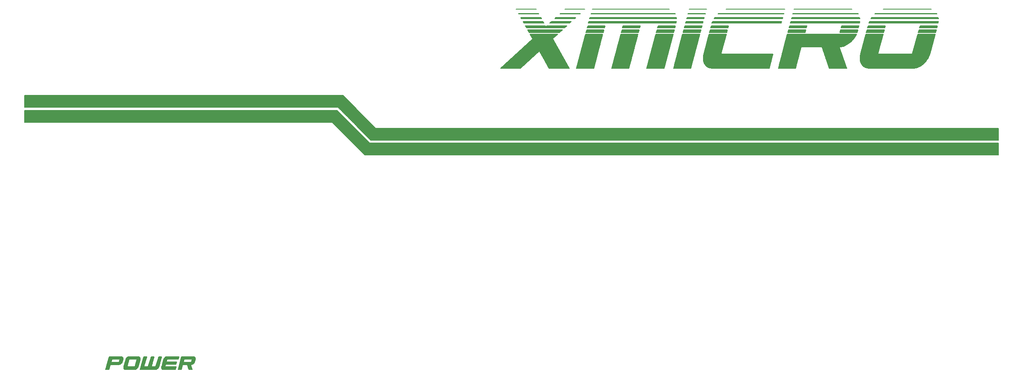
<source format=gto>
G75*
G70*
%OFA0B0*%
%FSLAX24Y24*%
%IPPOS*%
%LPD*%
%AMOC8*
5,1,8,0,0,1.08239X$1,22.5*
%
%ADD10C,0.0060*%
%ADD11C,0.0050*%
D10*
X007911Y016840D02*
X008209Y017930D01*
X008425Y017710D01*
X009091Y017710D01*
X009019Y017460D01*
X008349Y017460D01*
X008419Y017700D01*
X008209Y017930D01*
X009234Y017930D01*
X009255Y017927D01*
X009274Y017920D01*
X009302Y017899D01*
X009316Y017884D01*
X009328Y017867D01*
X009334Y017855D01*
X009348Y017819D01*
X009351Y017811D01*
X009358Y017782D01*
X009360Y017767D01*
X009360Y017733D01*
X009359Y017722D01*
X009351Y017675D01*
X009348Y017660D01*
X009294Y017479D01*
X009283Y017452D01*
X009261Y017414D01*
X009241Y017388D01*
X009193Y017340D01*
X009129Y017292D01*
X009092Y017272D01*
X009044Y017256D01*
X009015Y017252D01*
X008995Y017250D01*
X008291Y017250D01*
X008171Y016840D01*
X007911Y016840D01*
X007920Y016871D02*
X008180Y016871D01*
X008197Y016930D02*
X007936Y016930D01*
X007952Y016988D02*
X008215Y016988D01*
X008232Y017047D02*
X007968Y017047D01*
X007984Y017105D02*
X008249Y017105D01*
X008266Y017164D02*
X008000Y017164D01*
X008016Y017222D02*
X008283Y017222D01*
X008031Y017281D02*
X009108Y017281D01*
X009191Y017339D02*
X008047Y017339D01*
X008063Y017398D02*
X009248Y017398D01*
X009284Y017456D02*
X008079Y017456D01*
X008095Y017515D02*
X008365Y017515D01*
X008382Y017573D02*
X008111Y017573D01*
X008127Y017632D02*
X008399Y017632D01*
X008416Y017690D02*
X008143Y017690D01*
X008159Y017749D02*
X008374Y017749D01*
X008387Y017749D02*
X009360Y017749D01*
X009352Y017807D02*
X008330Y017807D01*
X008321Y017807D02*
X008175Y017807D01*
X008191Y017866D02*
X008268Y017866D01*
X008272Y017866D02*
X009328Y017866D01*
X009262Y017924D02*
X008215Y017924D01*
X008214Y017924D02*
X008207Y017924D01*
X009085Y017690D02*
X009354Y017690D01*
X009339Y017632D02*
X009069Y017632D01*
X009052Y017573D02*
X009322Y017573D01*
X009305Y017515D02*
X009035Y017515D01*
X009505Y017398D02*
X009777Y017398D01*
X009793Y017456D02*
X009521Y017456D01*
X009538Y017515D02*
X009809Y017515D01*
X009825Y017573D02*
X009554Y017573D01*
X009570Y017632D02*
X009840Y017632D01*
X009856Y017690D02*
X009586Y017690D01*
X009595Y017713D01*
X009624Y017772D01*
X009639Y017794D01*
X009671Y017835D01*
X009719Y017882D01*
X009752Y017906D01*
X009769Y017915D01*
X009801Y017925D01*
X009836Y017930D01*
X009859Y017700D01*
X009689Y017070D01*
X010359Y017070D01*
X010531Y017710D01*
X009868Y017710D01*
X009838Y017930D01*
X010675Y017930D01*
X010697Y017926D01*
X010705Y017923D01*
X010721Y017915D01*
X010742Y017899D01*
X010758Y017883D01*
X010773Y017859D01*
X010789Y017821D01*
X010797Y017789D01*
X010800Y017760D01*
X010800Y017734D01*
X010798Y017713D01*
X010791Y017671D01*
X010788Y017659D01*
X010622Y017063D01*
X010616Y017048D01*
X010589Y017003D01*
X010570Y016977D01*
X010526Y016934D01*
X010515Y016924D01*
X010460Y016883D01*
X010422Y016864D01*
X010359Y016844D01*
X010330Y016840D01*
X009541Y016840D01*
X009524Y016842D01*
X009508Y016847D01*
X009487Y016857D01*
X009468Y016872D01*
X009453Y016889D01*
X009434Y016920D01*
X009427Y016938D01*
X009422Y016959D01*
X009420Y016973D01*
X009420Y017056D01*
X009422Y017077D01*
X009430Y017125D01*
X009586Y017690D01*
X009613Y017749D02*
X009854Y017749D01*
X009862Y017749D02*
X010800Y017749D01*
X010792Y017807D02*
X009854Y017807D01*
X009848Y017807D02*
X009649Y017807D01*
X009671Y017835D02*
X009671Y017835D01*
X009702Y017866D02*
X009843Y017866D01*
X009846Y017866D02*
X010768Y017866D01*
X010703Y017924D02*
X009838Y017924D01*
X009837Y017924D02*
X009798Y017924D01*
X009761Y017339D02*
X009489Y017339D01*
X009473Y017281D02*
X009746Y017281D01*
X009730Y017222D02*
X009457Y017222D01*
X009441Y017164D02*
X009714Y017164D01*
X009698Y017105D02*
X009427Y017105D01*
X009420Y017047D02*
X010615Y017047D01*
X010634Y017105D02*
X010368Y017105D01*
X010384Y017164D02*
X010650Y017164D01*
X010667Y017222D02*
X010400Y017222D01*
X010416Y017281D02*
X010683Y017281D01*
X010699Y017339D02*
X010431Y017339D01*
X010447Y017398D02*
X010715Y017398D01*
X010732Y017456D02*
X010463Y017456D01*
X010479Y017515D02*
X010748Y017515D01*
X010764Y017573D02*
X010494Y017573D01*
X010510Y017632D02*
X010781Y017632D01*
X010794Y017690D02*
X010526Y017690D01*
X010991Y017573D02*
X011249Y017573D01*
X011233Y017515D02*
X010975Y017515D01*
X010959Y017456D02*
X011216Y017456D01*
X011200Y017398D02*
X010943Y017398D01*
X010927Y017339D02*
X011184Y017339D01*
X011168Y017281D02*
X010911Y017281D01*
X010896Y017222D02*
X011151Y017222D01*
X011135Y017164D02*
X010880Y017164D01*
X010864Y017105D02*
X011119Y017105D01*
X011109Y017070D02*
X011479Y017070D01*
X011719Y017930D01*
X011979Y017930D01*
X011739Y017070D01*
X012109Y017070D01*
X012349Y017930D01*
X012609Y017930D01*
X012373Y017068D01*
X012364Y017045D01*
X012337Y016998D01*
X012320Y016977D01*
X012275Y016932D01*
X012265Y016924D01*
X012208Y016881D01*
X012166Y016859D01*
X012128Y016847D01*
X012089Y016841D01*
X012071Y016840D01*
X010791Y016840D01*
X011089Y017930D01*
X011349Y017930D01*
X011109Y017070D01*
X010848Y017047D02*
X012364Y017047D01*
X012383Y017105D02*
X012119Y017105D01*
X012135Y017164D02*
X012399Y017164D01*
X012415Y017222D02*
X012151Y017222D01*
X012168Y017281D02*
X012431Y017281D01*
X012447Y017339D02*
X012184Y017339D01*
X012200Y017398D02*
X012463Y017398D01*
X012479Y017456D02*
X012216Y017456D01*
X012233Y017515D02*
X012495Y017515D01*
X012511Y017573D02*
X012249Y017573D01*
X012265Y017632D02*
X012527Y017632D01*
X012543Y017690D02*
X012282Y017690D01*
X012298Y017749D02*
X012559Y017749D01*
X012575Y017807D02*
X012314Y017807D01*
X012331Y017866D02*
X012591Y017866D01*
X012607Y017924D02*
X012347Y017924D01*
X011977Y017924D02*
X011717Y017924D01*
X011701Y017866D02*
X011961Y017866D01*
X011944Y017807D02*
X011684Y017807D01*
X011668Y017749D02*
X011928Y017749D01*
X011912Y017690D02*
X011652Y017690D01*
X011635Y017632D02*
X011895Y017632D01*
X011879Y017573D02*
X011619Y017573D01*
X011603Y017515D02*
X011863Y017515D01*
X011846Y017456D02*
X011586Y017456D01*
X011570Y017398D02*
X011830Y017398D01*
X011814Y017339D02*
X011554Y017339D01*
X011538Y017281D02*
X011798Y017281D01*
X011781Y017222D02*
X011521Y017222D01*
X011505Y017164D02*
X011765Y017164D01*
X011749Y017105D02*
X011489Y017105D01*
X011265Y017632D02*
X011007Y017632D01*
X011023Y017690D02*
X011282Y017690D01*
X011298Y017749D02*
X011039Y017749D01*
X011055Y017807D02*
X011314Y017807D01*
X011331Y017866D02*
X011071Y017866D01*
X011087Y017924D02*
X011347Y017924D01*
X010832Y016988D02*
X012329Y016988D01*
X012272Y016930D02*
X010816Y016930D01*
X010800Y016871D02*
X012189Y016871D01*
X012612Y016959D02*
X012611Y016966D01*
X012610Y016982D01*
X012610Y017049D01*
X012610Y017060D01*
X012612Y017075D01*
X012619Y017118D01*
X012622Y017130D01*
X012777Y017692D01*
X012785Y017714D01*
X012813Y017770D01*
X012827Y017793D01*
X012855Y017828D01*
X012905Y017879D01*
X012938Y017904D01*
X012956Y017913D01*
X012995Y017927D01*
X013005Y017928D01*
X013026Y017930D01*
X014049Y017930D01*
X013991Y017710D01*
X013051Y017710D01*
X012988Y017490D01*
X013859Y017490D01*
X013801Y017280D01*
X012931Y017280D01*
X012878Y017070D01*
X013819Y017070D01*
X013751Y016840D01*
X012738Y016840D01*
X012713Y016843D01*
X012699Y016847D01*
X012676Y016858D01*
X012658Y016872D01*
X012643Y016889D01*
X012625Y016918D01*
X012618Y016935D01*
X012612Y016959D01*
X012610Y016988D02*
X013795Y016988D01*
X013812Y017047D02*
X012610Y017047D01*
X012617Y017105D02*
X012886Y017105D01*
X012901Y017164D02*
X012631Y017164D01*
X012647Y017222D02*
X012916Y017222D01*
X012663Y017281D02*
X013801Y017281D01*
X013817Y017339D02*
X012679Y017339D01*
X012696Y017398D02*
X013833Y017398D01*
X013849Y017456D02*
X012712Y017456D01*
X012728Y017515D02*
X012995Y017515D01*
X013012Y017573D02*
X012744Y017573D01*
X012760Y017632D02*
X013029Y017632D01*
X013045Y017690D02*
X012776Y017690D01*
X012802Y017749D02*
X014001Y017749D01*
X014017Y017807D02*
X012839Y017807D01*
X012892Y017866D02*
X014032Y017866D01*
X014047Y017924D02*
X012988Y017924D01*
X014181Y017573D02*
X014452Y017573D01*
X014469Y017632D02*
X014197Y017632D01*
X014213Y017690D02*
X014486Y017690D01*
X014490Y017705D02*
X014419Y017460D01*
X015089Y017460D01*
X015161Y017710D01*
X014495Y017710D01*
X014279Y017930D01*
X014490Y017705D01*
X014457Y017749D02*
X015430Y017749D01*
X015430Y017761D02*
X015430Y017732D01*
X015429Y017715D01*
X015421Y017672D01*
X015418Y017661D01*
X015363Y017477D01*
X015354Y017456D01*
X014149Y017456D01*
X014133Y017398D02*
X015318Y017398D01*
X015312Y017389D02*
X015268Y017346D01*
X015256Y017335D01*
X015196Y017289D01*
X015166Y017273D01*
X015110Y017255D01*
X015079Y017250D01*
X015028Y017250D01*
X015159Y016840D01*
X014889Y016840D01*
X014769Y017250D01*
X014361Y017250D01*
X014251Y016840D01*
X013981Y016840D01*
X014279Y017930D01*
X015304Y017930D01*
X015323Y017927D01*
X015334Y017923D01*
X015352Y017914D01*
X015373Y017897D01*
X015387Y017883D01*
X015394Y017873D01*
X015404Y017854D01*
X015420Y017814D01*
X015427Y017786D01*
X015430Y017761D01*
X015422Y017807D02*
X014400Y017807D01*
X014394Y017807D02*
X014245Y017807D01*
X014229Y017749D02*
X014449Y017749D01*
X014342Y017866D02*
X015398Y017866D01*
X015332Y017924D02*
X014285Y017924D01*
X014284Y017924D02*
X014277Y017924D01*
X014261Y017866D02*
X014339Y017866D01*
X014435Y017515D02*
X014165Y017515D01*
X014117Y017339D02*
X015261Y017339D01*
X015312Y017389D02*
X015328Y017410D01*
X015354Y017456D01*
X015374Y017515D02*
X015105Y017515D01*
X015122Y017573D02*
X015392Y017573D01*
X015410Y017632D02*
X015139Y017632D01*
X015155Y017690D02*
X015424Y017690D01*
X015180Y017281D02*
X014101Y017281D01*
X014086Y017222D02*
X014354Y017222D01*
X014338Y017164D02*
X014070Y017164D01*
X014054Y017105D02*
X014322Y017105D01*
X014307Y017047D02*
X014038Y017047D01*
X014022Y016988D02*
X014291Y016988D01*
X014275Y016930D02*
X014006Y016930D01*
X013990Y016871D02*
X014260Y016871D01*
X013778Y016930D02*
X012620Y016930D01*
X012659Y016871D02*
X013760Y016871D01*
X014794Y017164D02*
X015055Y017164D01*
X015036Y017222D02*
X014777Y017222D01*
X014811Y017105D02*
X015074Y017105D01*
X015093Y017047D02*
X014828Y017047D01*
X014845Y016988D02*
X015111Y016988D01*
X015130Y016930D02*
X014863Y016930D01*
X014880Y016871D02*
X015149Y016871D01*
X010578Y016988D02*
X009420Y016988D01*
X009430Y016930D02*
X010521Y016930D01*
X010436Y016871D02*
X009469Y016871D01*
X041068Y042130D02*
X042733Y042130D01*
X044324Y043585D01*
X045138Y042130D01*
X046818Y042130D01*
X045438Y044604D01*
X045865Y044995D01*
X043535Y044995D01*
X043760Y044593D01*
X041068Y042130D01*
X041082Y042143D02*
X042747Y042143D01*
X042811Y042202D02*
X041146Y042202D01*
X041210Y042260D02*
X042875Y042260D01*
X042939Y042319D02*
X041274Y042319D01*
X041338Y042377D02*
X043003Y042377D01*
X043067Y042436D02*
X041402Y042436D01*
X041466Y042494D02*
X043131Y042494D01*
X043195Y042553D02*
X041530Y042553D01*
X041594Y042611D02*
X043259Y042611D01*
X043323Y042670D02*
X041658Y042670D01*
X041722Y042728D02*
X043387Y042728D01*
X043451Y042787D02*
X041786Y042787D01*
X041849Y042845D02*
X043515Y042845D01*
X043579Y042904D02*
X041913Y042904D01*
X041977Y042962D02*
X043643Y042962D01*
X043707Y043021D02*
X042041Y043021D01*
X042105Y043079D02*
X043771Y043079D01*
X043835Y043138D02*
X042169Y043138D01*
X042233Y043196D02*
X043899Y043196D01*
X043962Y043255D02*
X042297Y043255D01*
X042361Y043313D02*
X044026Y043313D01*
X044090Y043372D02*
X042425Y043372D01*
X042489Y043430D02*
X044154Y043430D01*
X044218Y043489D02*
X042553Y043489D01*
X042617Y043547D02*
X044282Y043547D01*
X044345Y043547D02*
X046027Y043547D01*
X046060Y043489D02*
X044378Y043489D01*
X044410Y043430D02*
X046092Y043430D01*
X046125Y043372D02*
X044443Y043372D01*
X044476Y043313D02*
X046157Y043313D01*
X046190Y043255D02*
X044508Y043255D01*
X044541Y043196D02*
X046223Y043196D01*
X046255Y043138D02*
X044574Y043138D01*
X044607Y043079D02*
X046288Y043079D01*
X046321Y043021D02*
X044639Y043021D01*
X044672Y042962D02*
X046353Y042962D01*
X046386Y042904D02*
X044705Y042904D01*
X044738Y042845D02*
X046419Y042845D01*
X046451Y042787D02*
X044770Y042787D01*
X044803Y042728D02*
X046484Y042728D01*
X046516Y042670D02*
X044836Y042670D01*
X044868Y042611D02*
X046549Y042611D01*
X046582Y042553D02*
X044901Y042553D01*
X044934Y042494D02*
X046614Y042494D01*
X046647Y042436D02*
X044967Y042436D01*
X044999Y042377D02*
X046680Y042377D01*
X046712Y042319D02*
X045032Y042319D01*
X045065Y042260D02*
X046745Y042260D01*
X046778Y042202D02*
X045097Y042202D01*
X045130Y042143D02*
X046810Y042143D01*
X047433Y042130D02*
X048881Y042130D01*
X049645Y044995D01*
X048196Y044995D01*
X047433Y042130D01*
X047436Y042143D02*
X048885Y042143D01*
X048900Y042202D02*
X047452Y042202D01*
X047467Y042260D02*
X048916Y042260D01*
X048932Y042319D02*
X047483Y042319D01*
X047498Y042377D02*
X048947Y042377D01*
X048963Y042436D02*
X047514Y042436D01*
X047530Y042494D02*
X048978Y042494D01*
X048994Y042553D02*
X047545Y042553D01*
X047561Y042611D02*
X049010Y042611D01*
X049025Y042670D02*
X047576Y042670D01*
X047592Y042728D02*
X049041Y042728D01*
X049056Y042787D02*
X047608Y042787D01*
X047623Y042845D02*
X049072Y042845D01*
X049087Y042904D02*
X047639Y042904D01*
X047654Y042962D02*
X049103Y042962D01*
X049119Y043021D02*
X047670Y043021D01*
X047686Y043079D02*
X049134Y043079D01*
X049150Y043138D02*
X047701Y043138D01*
X047717Y043196D02*
X049165Y043196D01*
X049181Y043255D02*
X047732Y043255D01*
X047748Y043313D02*
X049197Y043313D01*
X049212Y043372D02*
X047764Y043372D01*
X047779Y043430D02*
X049228Y043430D01*
X049243Y043489D02*
X047795Y043489D01*
X047810Y043547D02*
X049259Y043547D01*
X049275Y043606D02*
X047826Y043606D01*
X047841Y043664D02*
X049290Y043664D01*
X049306Y043723D02*
X047857Y043723D01*
X047873Y043781D02*
X049321Y043781D01*
X049337Y043840D02*
X047888Y043840D01*
X047904Y043898D02*
X049353Y043898D01*
X049368Y043957D02*
X047919Y043957D01*
X047935Y044015D02*
X049384Y044015D01*
X049399Y044074D02*
X047951Y044074D01*
X047966Y044132D02*
X049415Y044132D01*
X049431Y044191D02*
X047982Y044191D01*
X047997Y044249D02*
X049446Y044249D01*
X049462Y044308D02*
X048013Y044308D01*
X048029Y044366D02*
X049477Y044366D01*
X049493Y044425D02*
X048044Y044425D01*
X048060Y044483D02*
X049509Y044483D01*
X049524Y044542D02*
X048075Y044542D01*
X048091Y044600D02*
X049540Y044600D01*
X049555Y044659D02*
X048107Y044659D01*
X048122Y044717D02*
X049571Y044717D01*
X049587Y044776D02*
X048138Y044776D01*
X048153Y044834D02*
X049602Y044834D01*
X049618Y044893D02*
X048169Y044893D01*
X048185Y044951D02*
X049633Y044951D01*
X049680Y045125D02*
X048231Y045125D01*
X048294Y045360D01*
X049743Y045360D01*
X049680Y045125D01*
X049680Y045127D02*
X048232Y045127D01*
X048247Y045185D02*
X049696Y045185D01*
X049712Y045244D02*
X048263Y045244D01*
X048278Y045302D02*
X049727Y045302D01*
X049783Y045510D02*
X048333Y045510D01*
X048384Y045700D01*
X049834Y045700D01*
X049783Y045510D01*
X049790Y045536D02*
X048340Y045536D01*
X048355Y045595D02*
X049805Y045595D01*
X049821Y045653D02*
X048371Y045653D01*
X048440Y045910D02*
X048474Y046040D01*
X055823Y046040D01*
X055800Y045910D01*
X048440Y045910D01*
X048449Y045946D02*
X055806Y045946D01*
X055816Y046004D02*
X048464Y046004D01*
X048544Y046300D02*
X048565Y046380D01*
X055821Y046380D01*
X055830Y046300D01*
X048544Y046300D01*
X048558Y046355D02*
X055824Y046355D01*
X055726Y046690D02*
X048648Y046690D01*
X048659Y046730D01*
X055703Y046730D01*
X055726Y046690D01*
X055717Y046706D02*
X048652Y046706D01*
X048748Y047070D02*
X055238Y047070D01*
X056798Y046690D02*
X056809Y046730D01*
X058258Y046730D01*
X058248Y046690D01*
X056798Y046690D01*
X056802Y046706D02*
X058252Y046706D01*
X058165Y046380D02*
X058144Y046300D01*
X056694Y046300D01*
X056715Y046380D01*
X058165Y046380D01*
X058158Y046355D02*
X056708Y046355D01*
X056625Y046040D02*
X056590Y045909D01*
X058039Y045910D01*
X058074Y046040D01*
X056625Y046040D01*
X056615Y046004D02*
X058064Y046004D01*
X058048Y045946D02*
X056600Y045946D01*
X056534Y045700D02*
X057984Y045700D01*
X057933Y045510D01*
X056483Y045510D01*
X056534Y045700D01*
X056521Y045653D02*
X057971Y045653D01*
X057955Y045595D02*
X056505Y045595D01*
X056490Y045536D02*
X057940Y045536D01*
X057893Y045360D02*
X056443Y045360D01*
X056380Y045125D01*
X057830Y045125D01*
X057893Y045360D01*
X057877Y045302D02*
X056427Y045302D01*
X056412Y045244D02*
X057862Y045244D01*
X057846Y045185D02*
X056396Y045185D01*
X056380Y045127D02*
X057830Y045127D01*
X057795Y044995D02*
X057031Y042130D01*
X055581Y042130D01*
X056346Y044995D01*
X057795Y044995D01*
X057783Y044951D02*
X056335Y044951D01*
X056319Y044893D02*
X057768Y044893D01*
X057752Y044834D02*
X056303Y044834D01*
X056288Y044776D02*
X057737Y044776D01*
X057721Y044717D02*
X056272Y044717D01*
X056256Y044659D02*
X057705Y044659D01*
X057690Y044600D02*
X056241Y044600D01*
X056225Y044542D02*
X057674Y044542D01*
X057659Y044483D02*
X056210Y044483D01*
X056194Y044425D02*
X057643Y044425D01*
X057627Y044366D02*
X056178Y044366D01*
X056163Y044308D02*
X057612Y044308D01*
X057596Y044249D02*
X056147Y044249D01*
X056131Y044191D02*
X057581Y044191D01*
X057565Y044132D02*
X056116Y044132D01*
X056100Y044074D02*
X057549Y044074D01*
X057534Y044015D02*
X056085Y044015D01*
X056069Y043957D02*
X057518Y043957D01*
X057503Y043898D02*
X056053Y043898D01*
X056038Y043840D02*
X057487Y043840D01*
X057471Y043781D02*
X056022Y043781D01*
X056007Y043723D02*
X057456Y043723D01*
X057440Y043664D02*
X055991Y043664D01*
X055975Y043606D02*
X057425Y043606D01*
X057409Y043547D02*
X055960Y043547D01*
X055944Y043489D02*
X057393Y043489D01*
X057378Y043430D02*
X055928Y043430D01*
X055913Y043372D02*
X057362Y043372D01*
X057347Y043313D02*
X055897Y043313D01*
X055882Y043255D02*
X057331Y043255D01*
X057315Y043196D02*
X055866Y043196D01*
X055850Y043138D02*
X057300Y043138D01*
X057284Y043079D02*
X055835Y043079D01*
X055819Y043021D02*
X057269Y043021D01*
X057253Y042962D02*
X055803Y042962D01*
X055788Y042904D02*
X057237Y042904D01*
X057222Y042845D02*
X055772Y042845D01*
X055757Y042787D02*
X057206Y042787D01*
X057191Y042728D02*
X055741Y042728D01*
X055725Y042670D02*
X057175Y042670D01*
X057160Y042611D02*
X055710Y042611D01*
X055694Y042553D02*
X057144Y042553D01*
X057128Y042494D02*
X055678Y042494D01*
X055663Y042436D02*
X057113Y042436D01*
X057097Y042377D02*
X055647Y042377D01*
X055632Y042319D02*
X057082Y042319D01*
X057066Y042260D02*
X055616Y042260D01*
X055600Y042202D02*
X057050Y042202D01*
X057035Y042143D02*
X055585Y042143D01*
X054842Y042319D02*
X053393Y042319D01*
X053408Y042377D02*
X054857Y042377D01*
X054873Y042436D02*
X053424Y042436D01*
X053440Y042494D02*
X054888Y042494D01*
X054904Y042553D02*
X053455Y042553D01*
X053471Y042611D02*
X054920Y042611D01*
X054935Y042670D02*
X053486Y042670D01*
X053502Y042728D02*
X054951Y042728D01*
X054966Y042787D02*
X053518Y042787D01*
X053533Y042845D02*
X054982Y042845D01*
X054997Y042904D02*
X053549Y042904D01*
X053564Y042962D02*
X055013Y042962D01*
X055029Y043021D02*
X053580Y043021D01*
X053596Y043079D02*
X055044Y043079D01*
X055060Y043138D02*
X053611Y043138D01*
X053627Y043196D02*
X055075Y043196D01*
X055091Y043255D02*
X053642Y043255D01*
X053658Y043313D02*
X055107Y043313D01*
X055122Y043372D02*
X053674Y043372D01*
X053689Y043430D02*
X055138Y043430D01*
X055153Y043489D02*
X053705Y043489D01*
X053720Y043547D02*
X055169Y043547D01*
X055185Y043606D02*
X053736Y043606D01*
X053751Y043664D02*
X055200Y043664D01*
X055216Y043723D02*
X053767Y043723D01*
X053783Y043781D02*
X055231Y043781D01*
X055247Y043840D02*
X053798Y043840D01*
X053814Y043898D02*
X055263Y043898D01*
X055278Y043957D02*
X053829Y043957D01*
X053845Y044015D02*
X055294Y044015D01*
X055309Y044074D02*
X053861Y044074D01*
X053876Y044132D02*
X055325Y044132D01*
X055341Y044191D02*
X053892Y044191D01*
X053907Y044249D02*
X055356Y044249D01*
X055372Y044308D02*
X053923Y044308D01*
X053939Y044366D02*
X055387Y044366D01*
X055403Y044425D02*
X053954Y044425D01*
X053970Y044483D02*
X055419Y044483D01*
X055434Y044542D02*
X053985Y044542D01*
X054001Y044600D02*
X055450Y044600D01*
X055465Y044659D02*
X054017Y044659D01*
X054032Y044717D02*
X055481Y044717D01*
X055497Y044776D02*
X054048Y044776D01*
X054063Y044834D02*
X055512Y044834D01*
X055528Y044893D02*
X054079Y044893D01*
X054095Y044951D02*
X055543Y044951D01*
X055555Y044995D02*
X054791Y042130D01*
X053343Y042130D01*
X054106Y044995D01*
X055555Y044995D01*
X055590Y045125D02*
X054141Y045125D01*
X054203Y045360D01*
X055653Y045360D01*
X055590Y045125D01*
X055590Y045127D02*
X054142Y045127D01*
X054157Y045185D02*
X055606Y045185D01*
X055622Y045244D02*
X054172Y045244D01*
X054187Y045302D02*
X055637Y045302D01*
X055693Y045510D02*
X054243Y045510D01*
X054294Y045700D01*
X055744Y045700D01*
X055693Y045510D01*
X055700Y045536D02*
X054250Y045536D01*
X054265Y045595D02*
X055715Y045595D01*
X055731Y045653D02*
X054281Y045653D01*
X052794Y045700D02*
X052743Y045510D01*
X051293Y045510D01*
X051344Y045700D01*
X052794Y045700D01*
X052781Y045653D02*
X051331Y045653D01*
X051315Y045595D02*
X052765Y045595D01*
X052750Y045536D02*
X051300Y045536D01*
X051253Y045360D02*
X052703Y045360D01*
X052640Y045125D01*
X051190Y045125D01*
X051253Y045360D01*
X051237Y045302D02*
X052687Y045302D01*
X052672Y045244D02*
X051222Y045244D01*
X051206Y045185D02*
X052656Y045185D01*
X052640Y045127D02*
X051190Y045127D01*
X051156Y044995D02*
X052605Y044995D01*
X051841Y042130D01*
X050391Y042130D01*
X051156Y044995D01*
X051145Y044951D02*
X052593Y044951D01*
X052578Y044893D02*
X051129Y044893D01*
X051113Y044834D02*
X052562Y044834D01*
X052547Y044776D02*
X051098Y044776D01*
X051082Y044717D02*
X052531Y044717D01*
X052515Y044659D02*
X051066Y044659D01*
X051051Y044600D02*
X052500Y044600D01*
X052484Y044542D02*
X051035Y044542D01*
X051020Y044483D02*
X052469Y044483D01*
X052453Y044425D02*
X051004Y044425D01*
X050988Y044366D02*
X052437Y044366D01*
X052422Y044308D02*
X050973Y044308D01*
X050957Y044249D02*
X052406Y044249D01*
X052391Y044191D02*
X050941Y044191D01*
X050926Y044132D02*
X052375Y044132D01*
X052359Y044074D02*
X050910Y044074D01*
X050895Y044015D02*
X052344Y044015D01*
X052328Y043957D02*
X050879Y043957D01*
X050863Y043898D02*
X052313Y043898D01*
X052297Y043840D02*
X050848Y043840D01*
X050832Y043781D02*
X052281Y043781D01*
X052266Y043723D02*
X050817Y043723D01*
X050801Y043664D02*
X052250Y043664D01*
X052235Y043606D02*
X050785Y043606D01*
X050770Y043547D02*
X052219Y043547D01*
X052203Y043489D02*
X050754Y043489D01*
X050738Y043430D02*
X052188Y043430D01*
X052172Y043372D02*
X050723Y043372D01*
X050707Y043313D02*
X052157Y043313D01*
X052141Y043255D02*
X050692Y043255D01*
X050676Y043196D02*
X052125Y043196D01*
X052110Y043138D02*
X050660Y043138D01*
X050645Y043079D02*
X052094Y043079D01*
X052079Y043021D02*
X050629Y043021D01*
X050613Y042962D02*
X052063Y042962D01*
X052047Y042904D02*
X050598Y042904D01*
X050582Y042845D02*
X052032Y042845D01*
X052016Y042787D02*
X050567Y042787D01*
X050551Y042728D02*
X052001Y042728D01*
X051985Y042670D02*
X050535Y042670D01*
X050520Y042611D02*
X051970Y042611D01*
X051954Y042553D02*
X050504Y042553D01*
X050488Y042494D02*
X051938Y042494D01*
X051923Y042436D02*
X050473Y042436D01*
X050457Y042377D02*
X051907Y042377D01*
X051892Y042319D02*
X050442Y042319D01*
X050426Y042260D02*
X051876Y042260D01*
X051860Y042202D02*
X050410Y042202D01*
X050395Y042143D02*
X051845Y042143D01*
X053346Y042143D02*
X054795Y042143D01*
X054810Y042202D02*
X053362Y042202D01*
X053377Y042260D02*
X054826Y042260D01*
X058093Y042801D02*
X058116Y042686D01*
X058128Y042645D01*
X058161Y042557D01*
X058179Y042519D01*
X058226Y042441D01*
X058256Y042400D01*
X058327Y042322D01*
X058353Y042297D01*
X058419Y042243D01*
X058479Y042206D01*
X058561Y042171D01*
X058613Y042155D01*
X058699Y042139D01*
X058792Y042130D01*
X063621Y042130D01*
X063936Y043310D01*
X059565Y043310D01*
X060015Y044995D01*
X058566Y044995D01*
X058120Y043323D01*
X058095Y043191D01*
X058088Y043138D01*
X063890Y043138D01*
X063906Y043196D02*
X058096Y043196D01*
X058088Y043138D02*
X058081Y043053D01*
X058080Y043032D01*
X058080Y042941D01*
X058081Y042919D01*
X058089Y042829D01*
X058093Y042801D01*
X058096Y042787D02*
X063797Y042787D01*
X063812Y042845D02*
X058087Y042845D01*
X058082Y042904D02*
X063828Y042904D01*
X063843Y042962D02*
X058080Y042962D01*
X058080Y043021D02*
X063859Y043021D01*
X063875Y043079D02*
X058083Y043079D01*
X058107Y043255D02*
X063921Y043255D01*
X063781Y042728D02*
X058107Y042728D01*
X058120Y042670D02*
X063765Y042670D01*
X063750Y042611D02*
X058141Y042611D01*
X058163Y042553D02*
X063734Y042553D01*
X063718Y042494D02*
X058194Y042494D01*
X058230Y042436D02*
X063703Y042436D01*
X063687Y042377D02*
X058277Y042377D01*
X058330Y042319D02*
X063672Y042319D01*
X063656Y042260D02*
X058398Y042260D01*
X058489Y042202D02*
X063640Y042202D01*
X063625Y042143D02*
X058675Y042143D01*
X058118Y043313D02*
X059566Y043313D01*
X059581Y043372D02*
X058133Y043372D01*
X058149Y043430D02*
X059597Y043430D01*
X059613Y043489D02*
X058164Y043489D01*
X058180Y043547D02*
X059628Y043547D01*
X059644Y043606D02*
X058196Y043606D01*
X058211Y043664D02*
X059660Y043664D01*
X059675Y043723D02*
X058227Y043723D01*
X058242Y043781D02*
X059691Y043781D01*
X059706Y043840D02*
X058258Y043840D01*
X058274Y043898D02*
X059722Y043898D01*
X059738Y043957D02*
X058289Y043957D01*
X058305Y044015D02*
X059753Y044015D01*
X059769Y044074D02*
X058320Y044074D01*
X058336Y044132D02*
X059785Y044132D01*
X059800Y044191D02*
X058352Y044191D01*
X058367Y044249D02*
X059816Y044249D01*
X059831Y044308D02*
X058383Y044308D01*
X058398Y044366D02*
X059847Y044366D01*
X059863Y044425D02*
X058414Y044425D01*
X058430Y044483D02*
X059878Y044483D01*
X059894Y044542D02*
X058445Y044542D01*
X058461Y044600D02*
X059910Y044600D01*
X059925Y044659D02*
X058477Y044659D01*
X058492Y044717D02*
X059941Y044717D01*
X059956Y044776D02*
X058508Y044776D01*
X058523Y044834D02*
X059972Y044834D01*
X059988Y044893D02*
X058539Y044893D01*
X058555Y044951D02*
X060003Y044951D01*
X060050Y045125D02*
X058600Y045125D01*
X058663Y045360D01*
X060113Y045360D01*
X060050Y045125D01*
X060050Y045127D02*
X058600Y045127D01*
X058616Y045185D02*
X060066Y045185D01*
X060082Y045244D02*
X058632Y045244D01*
X058647Y045302D02*
X060097Y045302D01*
X060153Y045510D02*
X058703Y045510D01*
X058754Y045700D01*
X060204Y045700D01*
X060153Y045510D01*
X060160Y045536D02*
X058710Y045536D01*
X058725Y045595D02*
X060175Y045595D01*
X060191Y045653D02*
X058741Y045653D01*
X058810Y045910D02*
X058861Y046040D01*
X064664Y046040D01*
X064629Y045910D01*
X058810Y045910D01*
X058824Y045946D02*
X064638Y045946D01*
X064654Y046004D02*
X058847Y046004D01*
X058995Y046300D02*
X059053Y046380D01*
X064755Y046380D01*
X064734Y046300D01*
X058995Y046300D01*
X059035Y046355D02*
X064748Y046355D01*
X064838Y046690D02*
X059314Y046690D01*
X059356Y046730D01*
X064848Y046730D01*
X064838Y046690D01*
X064842Y046706D02*
X059331Y046706D01*
X060010Y047070D02*
X064941Y047070D01*
X065609Y046730D02*
X071063Y046730D01*
X071090Y046690D01*
X065598Y046690D01*
X065609Y046730D01*
X065602Y046706D02*
X071079Y046706D01*
X071211Y046380D02*
X071224Y046300D01*
X065494Y046300D01*
X065515Y046380D01*
X071211Y046380D01*
X071215Y046355D02*
X065508Y046355D01*
X065424Y046040D02*
X065390Y045910D01*
X071209Y045910D01*
X071229Y046040D01*
X065424Y046040D01*
X065414Y046004D02*
X071223Y046004D01*
X071214Y045946D02*
X065399Y045946D01*
X065334Y045700D02*
X066784Y045700D01*
X066733Y045510D01*
X065283Y045510D01*
X065334Y045700D01*
X065321Y045653D02*
X066771Y045653D01*
X066755Y045595D02*
X065305Y045595D01*
X065290Y045536D02*
X066740Y045536D01*
X066693Y045360D02*
X066631Y045125D01*
X065180Y045125D01*
X065243Y045360D01*
X066693Y045360D01*
X066677Y045302D02*
X065227Y045302D01*
X065212Y045244D02*
X066662Y045244D01*
X066647Y045185D02*
X065196Y045185D01*
X065180Y045127D02*
X066632Y045127D01*
X066306Y043910D02*
X065831Y042130D01*
X064381Y042130D01*
X065146Y044995D01*
X070951Y044995D01*
X070883Y044860D01*
X070858Y044816D01*
X070795Y044718D01*
X070766Y044678D01*
X070650Y044532D01*
X070612Y044490D01*
X070489Y044367D01*
X070449Y044330D01*
X070341Y044244D01*
X070305Y044217D01*
X070187Y044139D01*
X070155Y044120D01*
X070035Y044052D01*
X069986Y044028D01*
X069848Y043969D01*
X069756Y043940D01*
X069701Y043928D01*
X069626Y043918D01*
X069498Y043910D01*
X070118Y042130D01*
X068669Y042130D01*
X068049Y043910D01*
X066306Y043910D01*
X066303Y043898D02*
X064853Y043898D01*
X064838Y043840D02*
X066287Y043840D01*
X066272Y043781D02*
X064822Y043781D01*
X064807Y043723D02*
X066256Y043723D01*
X066241Y043664D02*
X064791Y043664D01*
X064775Y043606D02*
X066225Y043606D01*
X066209Y043547D02*
X064760Y043547D01*
X064744Y043489D02*
X066194Y043489D01*
X066178Y043430D02*
X064728Y043430D01*
X064713Y043372D02*
X066163Y043372D01*
X066147Y043313D02*
X064697Y043313D01*
X064682Y043255D02*
X066131Y043255D01*
X066116Y043196D02*
X064666Y043196D01*
X064650Y043138D02*
X066100Y043138D01*
X066085Y043079D02*
X064635Y043079D01*
X064619Y043021D02*
X066069Y043021D01*
X066053Y042962D02*
X064603Y042962D01*
X064588Y042904D02*
X066038Y042904D01*
X066022Y042845D02*
X064572Y042845D01*
X064557Y042787D02*
X066006Y042787D01*
X065991Y042728D02*
X064541Y042728D01*
X064525Y042670D02*
X065975Y042670D01*
X065960Y042611D02*
X064510Y042611D01*
X064494Y042553D02*
X065944Y042553D01*
X065928Y042494D02*
X064478Y042494D01*
X064463Y042436D02*
X065913Y042436D01*
X065897Y042377D02*
X064447Y042377D01*
X064432Y042319D02*
X065882Y042319D01*
X065866Y042260D02*
X064416Y042260D01*
X064400Y042202D02*
X065850Y042202D01*
X065835Y042143D02*
X064385Y042143D01*
X064869Y043957D02*
X069809Y043957D01*
X069956Y044015D02*
X064885Y044015D01*
X064900Y044074D02*
X070073Y044074D01*
X070176Y044132D02*
X064916Y044132D01*
X064931Y044191D02*
X070265Y044191D01*
X070348Y044249D02*
X064947Y044249D01*
X064963Y044308D02*
X070420Y044308D01*
X070489Y044366D02*
X064978Y044366D01*
X064994Y044425D02*
X070547Y044425D01*
X070606Y044483D02*
X065010Y044483D01*
X065025Y044542D02*
X070658Y044542D01*
X070704Y044600D02*
X065041Y044600D01*
X065056Y044659D02*
X070750Y044659D01*
X070794Y044717D02*
X065072Y044717D01*
X065088Y044776D02*
X070832Y044776D01*
X070868Y044834D02*
X065103Y044834D01*
X065119Y044893D02*
X070899Y044893D01*
X070929Y044951D02*
X065135Y044951D01*
X068053Y043898D02*
X069502Y043898D01*
X069522Y043840D02*
X068073Y043840D01*
X068094Y043781D02*
X069542Y043781D01*
X069563Y043723D02*
X068114Y043723D01*
X068134Y043664D02*
X069583Y043664D01*
X069603Y043606D02*
X068155Y043606D01*
X068175Y043547D02*
X069624Y043547D01*
X069644Y043489D02*
X068196Y043489D01*
X068216Y043430D02*
X069665Y043430D01*
X069685Y043372D02*
X068236Y043372D01*
X068257Y043313D02*
X069705Y043313D01*
X069726Y043255D02*
X068277Y043255D01*
X068297Y043196D02*
X069746Y043196D01*
X069767Y043138D02*
X068318Y043138D01*
X068338Y043079D02*
X069787Y043079D01*
X069807Y043021D02*
X068359Y043021D01*
X068379Y042962D02*
X069828Y042962D01*
X069848Y042904D02*
X068399Y042904D01*
X068420Y042845D02*
X069868Y042845D01*
X069889Y042787D02*
X068440Y042787D01*
X068460Y042728D02*
X069909Y042728D01*
X069930Y042670D02*
X068481Y042670D01*
X068501Y042611D02*
X069950Y042611D01*
X069970Y042553D02*
X068522Y042553D01*
X068542Y042494D02*
X069991Y042494D01*
X070011Y042436D02*
X068562Y042436D01*
X068583Y042377D02*
X070031Y042377D01*
X070052Y042319D02*
X068603Y042319D01*
X068623Y042260D02*
X070072Y042260D01*
X070093Y042202D02*
X068644Y042202D01*
X068664Y042143D02*
X070113Y042143D01*
X071311Y042611D02*
X076684Y042611D01*
X076723Y042651D02*
X076622Y042550D01*
X076597Y042526D01*
X076483Y042427D01*
X076445Y042397D01*
X076350Y042329D01*
X076298Y042296D01*
X076198Y042243D01*
X076145Y042218D01*
X076065Y042186D01*
X075983Y042161D01*
X075884Y042141D01*
X075782Y042130D01*
X071962Y042130D01*
X071869Y042139D01*
X071783Y042155D01*
X071732Y042170D01*
X071651Y042204D01*
X071589Y042242D01*
X071522Y042298D01*
X071497Y042321D01*
X071427Y042397D01*
X071395Y042441D01*
X071348Y042522D01*
X071332Y042557D01*
X071298Y042645D01*
X071286Y042686D01*
X071263Y042801D01*
X071259Y042829D01*
X071251Y042925D01*
X071250Y042945D01*
X071250Y043024D01*
X071252Y043064D01*
X071258Y043140D01*
X071265Y043194D01*
X071287Y043306D01*
X071295Y043341D01*
X071736Y044995D01*
X073185Y044995D01*
X072736Y043310D01*
X075646Y043310D01*
X076096Y044995D01*
X077555Y044995D01*
X077116Y043348D01*
X077102Y043302D01*
X077058Y043186D01*
X077043Y043150D01*
X076993Y043041D01*
X076930Y042928D01*
X076875Y042841D01*
X076842Y042794D01*
X076760Y042691D01*
X076723Y042651D01*
X076740Y042670D02*
X071291Y042670D01*
X071277Y042728D02*
X076789Y042728D01*
X076836Y042787D02*
X071266Y042787D01*
X071257Y042845D02*
X076878Y042845D01*
X076915Y042904D02*
X071253Y042904D01*
X071250Y042962D02*
X076949Y042962D01*
X076981Y043021D02*
X071250Y043021D01*
X071253Y043079D02*
X077010Y043079D01*
X077037Y043138D02*
X071258Y043138D01*
X071266Y043196D02*
X077062Y043196D01*
X077084Y043255D02*
X071277Y043255D01*
X071288Y043313D02*
X072737Y043313D01*
X072753Y043372D02*
X071303Y043372D01*
X071318Y043430D02*
X072768Y043430D01*
X072784Y043489D02*
X071334Y043489D01*
X071350Y043547D02*
X072799Y043547D01*
X072815Y043606D02*
X071365Y043606D01*
X071381Y043664D02*
X072831Y043664D01*
X072846Y043723D02*
X071397Y043723D01*
X071412Y043781D02*
X072862Y043781D01*
X072877Y043840D02*
X071428Y043840D01*
X071443Y043898D02*
X072893Y043898D01*
X072908Y043957D02*
X071459Y043957D01*
X071475Y044015D02*
X072924Y044015D01*
X072940Y044074D02*
X071490Y044074D01*
X071506Y044132D02*
X072955Y044132D01*
X072971Y044191D02*
X071521Y044191D01*
X071537Y044249D02*
X072986Y044249D01*
X073002Y044308D02*
X071553Y044308D01*
X071568Y044366D02*
X073018Y044366D01*
X073033Y044425D02*
X071584Y044425D01*
X071600Y044483D02*
X073049Y044483D01*
X073064Y044542D02*
X071615Y044542D01*
X071631Y044600D02*
X073080Y044600D01*
X073095Y044659D02*
X071646Y044659D01*
X071662Y044717D02*
X073111Y044717D01*
X073127Y044776D02*
X071678Y044776D01*
X071693Y044834D02*
X073142Y044834D01*
X073158Y044893D02*
X071709Y044893D01*
X071725Y044951D02*
X073173Y044951D01*
X073221Y045125D02*
X071770Y045125D01*
X071833Y045360D01*
X073283Y045360D01*
X073221Y045125D01*
X073222Y045127D02*
X071770Y045127D01*
X071786Y045185D02*
X073237Y045185D01*
X073252Y045244D02*
X071802Y045244D01*
X071817Y045302D02*
X073267Y045302D01*
X073323Y045510D02*
X071873Y045510D01*
X071924Y045700D01*
X073374Y045700D01*
X073323Y045510D01*
X073330Y045536D02*
X071880Y045536D01*
X071895Y045595D02*
X073345Y045595D01*
X073361Y045653D02*
X071911Y045653D01*
X071980Y045910D02*
X072033Y046040D01*
X077819Y046040D01*
X077796Y045910D01*
X071980Y045910D01*
X071994Y045946D02*
X077802Y045946D01*
X077813Y046004D02*
X072018Y046004D01*
X072175Y046300D02*
X072233Y046380D01*
X077801Y046380D01*
X077814Y046300D01*
X072175Y046300D01*
X072215Y046355D02*
X077805Y046355D01*
X077700Y046690D02*
X072485Y046690D01*
X072536Y046730D01*
X077673Y046730D01*
X077700Y046690D01*
X077689Y046706D02*
X072506Y046706D01*
X073184Y047070D02*
X077216Y047070D01*
X077743Y045700D02*
X076284Y045700D01*
X076234Y045510D01*
X077693Y045510D01*
X077743Y045700D01*
X077730Y045653D02*
X076271Y045653D01*
X076256Y045595D02*
X077715Y045595D01*
X077699Y045536D02*
X076241Y045536D01*
X076193Y045360D02*
X077653Y045360D01*
X077590Y045125D01*
X076130Y045125D01*
X076193Y045360D01*
X076177Y045302D02*
X077637Y045302D01*
X077622Y045244D02*
X076162Y045244D01*
X076146Y045185D02*
X077606Y045185D01*
X077590Y045127D02*
X076130Y045127D01*
X076085Y044951D02*
X077543Y044951D01*
X077528Y044893D02*
X076069Y044893D01*
X076053Y044834D02*
X077512Y044834D01*
X077497Y044776D02*
X076038Y044776D01*
X076022Y044717D02*
X077481Y044717D01*
X077465Y044659D02*
X076006Y044659D01*
X075991Y044600D02*
X077450Y044600D01*
X077434Y044542D02*
X075975Y044542D01*
X075960Y044483D02*
X077419Y044483D01*
X077403Y044425D02*
X075944Y044425D01*
X075928Y044366D02*
X077387Y044366D01*
X077372Y044308D02*
X075913Y044308D01*
X075897Y044249D02*
X077356Y044249D01*
X077341Y044191D02*
X075881Y044191D01*
X075866Y044132D02*
X077325Y044132D01*
X077310Y044074D02*
X075850Y044074D01*
X075835Y044015D02*
X077294Y044015D01*
X077278Y043957D02*
X075819Y043957D01*
X075803Y043898D02*
X077263Y043898D01*
X077247Y043840D02*
X075788Y043840D01*
X075772Y043781D02*
X077232Y043781D01*
X077216Y043723D02*
X075756Y043723D01*
X075741Y043664D02*
X077200Y043664D01*
X077185Y043606D02*
X075725Y043606D01*
X075710Y043547D02*
X077169Y043547D01*
X077154Y043489D02*
X075694Y043489D01*
X075678Y043430D02*
X077138Y043430D01*
X077122Y043372D02*
X075663Y043372D01*
X075647Y043313D02*
X077105Y043313D01*
X076625Y042553D02*
X071334Y042553D01*
X071364Y042494D02*
X076560Y042494D01*
X076493Y042436D02*
X071399Y042436D01*
X071446Y042377D02*
X076417Y042377D01*
X076333Y042319D02*
X071500Y042319D01*
X071567Y042260D02*
X076231Y042260D01*
X076105Y042202D02*
X071658Y042202D01*
X071845Y042143D02*
X075897Y042143D01*
X071000Y045125D02*
X069550Y045125D01*
X069613Y045360D01*
X071063Y045360D01*
X071000Y045125D01*
X071000Y045127D02*
X069550Y045127D01*
X069566Y045185D02*
X071016Y045185D01*
X071032Y045244D02*
X069582Y045244D01*
X069597Y045302D02*
X071047Y045302D01*
X071103Y045510D02*
X069653Y045510D01*
X069704Y045700D01*
X071153Y045700D01*
X071103Y045510D01*
X071109Y045536D02*
X069660Y045536D01*
X069675Y045595D02*
X071125Y045595D01*
X071140Y045653D02*
X069691Y045653D01*
X070558Y047070D02*
X065696Y047070D01*
X058351Y047070D02*
X056896Y047070D01*
X048136Y047070D02*
X046465Y047070D01*
X046096Y046730D02*
X046053Y046690D01*
X047718Y046690D01*
X047761Y046730D01*
X046096Y046730D01*
X046070Y046706D02*
X047735Y046706D01*
X047379Y046380D02*
X047290Y046300D01*
X045626Y046300D01*
X045713Y046380D01*
X047379Y046380D01*
X047351Y046355D02*
X045686Y046355D01*
X045341Y046040D02*
X045199Y045910D01*
X046865Y045910D01*
X047006Y046040D01*
X045341Y046040D01*
X045302Y046004D02*
X046967Y046004D01*
X046904Y045946D02*
X045238Y045946D01*
X044970Y045700D02*
X044875Y045613D01*
X044826Y045700D01*
X043140Y045700D01*
X043248Y045510D01*
X046428Y045510D01*
X046635Y045700D01*
X044970Y045700D01*
X044919Y045653D02*
X046584Y045653D01*
X046520Y045595D02*
X043200Y045595D01*
X043166Y045653D02*
X044852Y045653D01*
X044709Y045910D02*
X043023Y045910D01*
X042950Y046040D01*
X044636Y046040D01*
X044709Y045910D01*
X044689Y045946D02*
X043003Y045946D01*
X042970Y046004D02*
X044656Y046004D01*
X044491Y046300D02*
X042805Y046300D01*
X042760Y046380D01*
X044448Y046380D01*
X044491Y046300D01*
X044461Y046355D02*
X042774Y046355D01*
X042586Y046690D02*
X042564Y046730D01*
X044253Y046730D01*
X044274Y046690D01*
X042586Y046690D01*
X042577Y046706D02*
X044265Y046706D01*
X044065Y047070D02*
X042371Y047070D01*
X043233Y045536D02*
X046456Y045536D01*
X046264Y045360D02*
X046006Y045125D01*
X043463Y045125D01*
X043330Y045360D01*
X046264Y045360D01*
X046200Y045302D02*
X043363Y045302D01*
X043396Y045244D02*
X046136Y045244D01*
X046072Y045185D02*
X043429Y045185D01*
X043462Y045127D02*
X046008Y045127D01*
X045817Y044951D02*
X043559Y044951D01*
X043592Y044893D02*
X045753Y044893D01*
X045689Y044834D02*
X043625Y044834D01*
X043658Y044776D02*
X045625Y044776D01*
X045561Y044717D02*
X043690Y044717D01*
X043723Y044659D02*
X045498Y044659D01*
X045439Y044600D02*
X043756Y044600D01*
X043704Y044542D02*
X045472Y044542D01*
X045505Y044483D02*
X043640Y044483D01*
X043577Y044425D02*
X045537Y044425D01*
X045570Y044366D02*
X043513Y044366D01*
X043449Y044308D02*
X045603Y044308D01*
X045635Y044249D02*
X043385Y044249D01*
X043321Y044191D02*
X045668Y044191D01*
X045701Y044132D02*
X043257Y044132D01*
X043193Y044074D02*
X045733Y044074D01*
X045766Y044015D02*
X043129Y044015D01*
X043065Y043957D02*
X045798Y043957D01*
X045831Y043898D02*
X043001Y043898D01*
X042937Y043840D02*
X045864Y043840D01*
X045896Y043781D02*
X042873Y043781D01*
X042809Y043723D02*
X045929Y043723D01*
X045962Y043664D02*
X042745Y043664D01*
X042681Y043606D02*
X045994Y043606D01*
D11*
X030575Y037095D02*
X082850Y037095D01*
X082850Y036095D01*
X030175Y036095D01*
X027425Y038845D01*
X001100Y038845D01*
X001100Y039845D01*
X027825Y039845D01*
X030575Y037095D01*
X030570Y037100D02*
X029170Y037100D01*
X029218Y037052D02*
X082850Y037052D01*
X082850Y037003D02*
X029267Y037003D01*
X029315Y036955D02*
X082850Y036955D01*
X082850Y036906D02*
X029364Y036906D01*
X029412Y036858D02*
X082850Y036858D01*
X082850Y036809D02*
X029461Y036809D01*
X029509Y036761D02*
X082850Y036761D01*
X082850Y036712D02*
X029558Y036712D01*
X029606Y036664D02*
X082850Y036664D01*
X082850Y036615D02*
X029655Y036615D01*
X029703Y036567D02*
X082850Y036567D01*
X082850Y036518D02*
X029752Y036518D01*
X029800Y036470D02*
X082850Y036470D01*
X082850Y036421D02*
X029849Y036421D01*
X029897Y036373D02*
X082850Y036373D01*
X082850Y036324D02*
X029946Y036324D01*
X029994Y036276D02*
X082850Y036276D01*
X082850Y036227D02*
X030043Y036227D01*
X030091Y036179D02*
X082850Y036179D01*
X082850Y036130D02*
X030140Y036130D01*
X029984Y035936D02*
X028584Y035936D01*
X028632Y035888D02*
X030032Y035888D01*
X030075Y035845D02*
X082850Y035845D01*
X082850Y034845D01*
X029675Y034845D01*
X026925Y037595D01*
X001100Y037595D01*
X001100Y038595D01*
X027325Y038595D01*
X030075Y035845D01*
X029935Y035985D02*
X028535Y035985D01*
X028487Y036033D02*
X029887Y036033D01*
X029838Y036082D02*
X028438Y036082D01*
X028390Y036130D02*
X029790Y036130D01*
X029741Y036179D02*
X028341Y036179D01*
X028293Y036227D02*
X029693Y036227D01*
X029644Y036276D02*
X028244Y036276D01*
X028196Y036324D02*
X029596Y036324D01*
X029547Y036373D02*
X028147Y036373D01*
X028099Y036421D02*
X029499Y036421D01*
X029450Y036470D02*
X028050Y036470D01*
X028002Y036518D02*
X029402Y036518D01*
X029353Y036567D02*
X027953Y036567D01*
X027905Y036615D02*
X029305Y036615D01*
X029256Y036664D02*
X027856Y036664D01*
X027808Y036712D02*
X029208Y036712D01*
X029159Y036761D02*
X027759Y036761D01*
X027711Y036809D02*
X029111Y036809D01*
X029062Y036858D02*
X027662Y036858D01*
X027614Y036906D02*
X029014Y036906D01*
X028965Y036955D02*
X027565Y036955D01*
X027517Y037003D02*
X028917Y037003D01*
X028868Y037052D02*
X027468Y037052D01*
X027420Y037100D02*
X028820Y037100D01*
X028771Y037149D02*
X027371Y037149D01*
X027323Y037197D02*
X028723Y037197D01*
X028674Y037246D02*
X027274Y037246D01*
X027226Y037294D02*
X028626Y037294D01*
X028577Y037343D02*
X027177Y037343D01*
X027129Y037391D02*
X028529Y037391D01*
X028480Y037440D02*
X027080Y037440D01*
X027032Y037488D02*
X028432Y037488D01*
X028383Y037537D02*
X026983Y037537D01*
X026935Y037585D02*
X028335Y037585D01*
X028286Y037634D02*
X001100Y037634D01*
X001100Y037682D02*
X028238Y037682D01*
X028189Y037731D02*
X001100Y037731D01*
X001100Y037779D02*
X028141Y037779D01*
X028092Y037828D02*
X001100Y037828D01*
X001100Y037876D02*
X028044Y037876D01*
X027995Y037925D02*
X001100Y037925D01*
X001100Y037973D02*
X027947Y037973D01*
X027898Y038022D02*
X001100Y038022D01*
X001100Y038070D02*
X027850Y038070D01*
X027801Y038119D02*
X001100Y038119D01*
X001100Y038167D02*
X027753Y038167D01*
X027704Y038216D02*
X001100Y038216D01*
X001100Y038264D02*
X027656Y038264D01*
X027607Y038313D02*
X001100Y038313D01*
X001100Y038361D02*
X027559Y038361D01*
X027510Y038410D02*
X001100Y038410D01*
X001100Y038458D02*
X027462Y038458D01*
X027413Y038507D02*
X001100Y038507D01*
X001100Y038555D02*
X027365Y038555D01*
X027521Y038749D02*
X028921Y038749D01*
X028969Y038701D02*
X027569Y038701D01*
X027618Y038652D02*
X029018Y038652D01*
X029066Y038604D02*
X027666Y038604D01*
X027715Y038555D02*
X029115Y038555D01*
X029163Y038507D02*
X027763Y038507D01*
X027812Y038458D02*
X029212Y038458D01*
X029260Y038410D02*
X027860Y038410D01*
X027909Y038361D02*
X029309Y038361D01*
X029357Y038313D02*
X027957Y038313D01*
X028006Y038264D02*
X029406Y038264D01*
X029454Y038216D02*
X028054Y038216D01*
X028103Y038167D02*
X029503Y038167D01*
X029551Y038119D02*
X028151Y038119D01*
X028200Y038070D02*
X029600Y038070D01*
X029648Y038022D02*
X028248Y038022D01*
X028297Y037973D02*
X029697Y037973D01*
X029745Y037925D02*
X028345Y037925D01*
X028394Y037876D02*
X029794Y037876D01*
X029842Y037828D02*
X028442Y037828D01*
X028491Y037779D02*
X029891Y037779D01*
X029939Y037731D02*
X028539Y037731D01*
X028588Y037682D02*
X029988Y037682D01*
X030036Y037634D02*
X028636Y037634D01*
X028685Y037585D02*
X030085Y037585D01*
X030133Y037537D02*
X028733Y037537D01*
X028782Y037488D02*
X030182Y037488D01*
X030230Y037440D02*
X028830Y037440D01*
X028879Y037391D02*
X030279Y037391D01*
X030327Y037343D02*
X028927Y037343D01*
X028976Y037294D02*
X030376Y037294D01*
X030424Y037246D02*
X029024Y037246D01*
X029073Y037197D02*
X030473Y037197D01*
X030521Y037149D02*
X029121Y037149D01*
X028681Y035839D02*
X082850Y035839D01*
X082850Y035791D02*
X028729Y035791D01*
X028778Y035742D02*
X082850Y035742D01*
X082850Y035694D02*
X028826Y035694D01*
X028875Y035645D02*
X082850Y035645D01*
X082850Y035597D02*
X028923Y035597D01*
X028972Y035548D02*
X082850Y035548D01*
X082850Y035500D02*
X029020Y035500D01*
X029069Y035451D02*
X082850Y035451D01*
X082850Y035403D02*
X029117Y035403D01*
X029166Y035354D02*
X082850Y035354D01*
X082850Y035306D02*
X029214Y035306D01*
X029263Y035257D02*
X082850Y035257D01*
X082850Y035209D02*
X029311Y035209D01*
X029360Y035160D02*
X082850Y035160D01*
X082850Y035112D02*
X029408Y035112D01*
X029457Y035063D02*
X082850Y035063D01*
X082850Y035015D02*
X029505Y035015D01*
X029554Y034966D02*
X082850Y034966D01*
X082850Y034918D02*
X029602Y034918D01*
X029651Y034869D02*
X082850Y034869D01*
X028872Y038798D02*
X027472Y038798D01*
X028193Y039477D02*
X001100Y039477D01*
X001100Y039525D02*
X028145Y039525D01*
X028096Y039574D02*
X001100Y039574D01*
X001100Y039622D02*
X028048Y039622D01*
X027999Y039671D02*
X001100Y039671D01*
X001100Y039719D02*
X027951Y039719D01*
X027902Y039768D02*
X001100Y039768D01*
X001100Y039816D02*
X027854Y039816D01*
X028242Y039428D02*
X001100Y039428D01*
X001100Y039380D02*
X028290Y039380D01*
X028339Y039331D02*
X001100Y039331D01*
X001100Y039283D02*
X028387Y039283D01*
X028436Y039234D02*
X001100Y039234D01*
X001100Y039186D02*
X028484Y039186D01*
X028533Y039137D02*
X001100Y039137D01*
X001100Y039089D02*
X028581Y039089D01*
X028630Y039040D02*
X001100Y039040D01*
X001100Y038992D02*
X028678Y038992D01*
X028727Y038943D02*
X001100Y038943D01*
X001100Y038895D02*
X028775Y038895D01*
X028824Y038846D02*
X001100Y038846D01*
M02*

</source>
